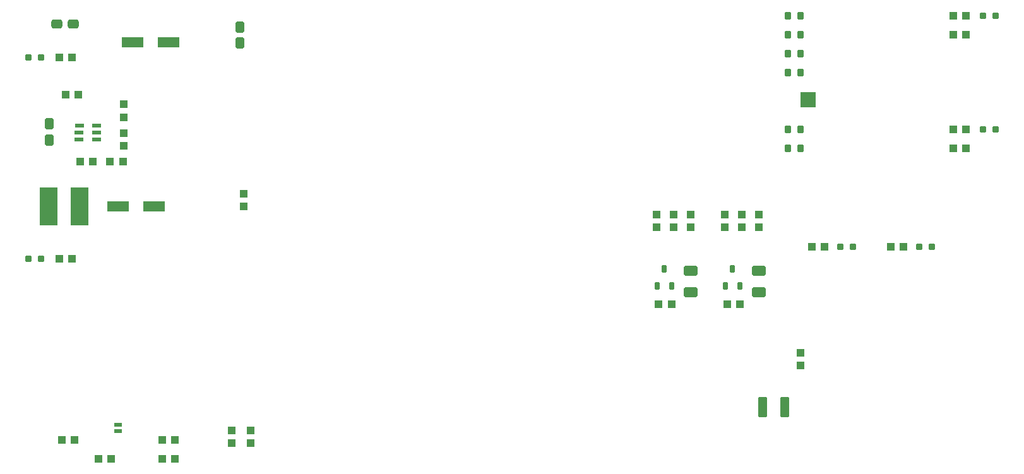
<source format=gtp>
G04 Layer_Color=8421504*
%FSLAX44Y44*%
%MOMM*%
G71*
G01*
G75*
%ADD11R,1.1000X1.0000*%
G04:AMPARAMS|DCode=12|XSize=2.7mm|YSize=1.15mm|CornerRadius=0.1437mm|HoleSize=0mm|Usage=FLASHONLY|Rotation=270.000|XOffset=0mm|YOffset=0mm|HoleType=Round|Shape=RoundedRectangle|*
%AMROUNDEDRECTD12*
21,1,2.7000,0.8625,0,0,270.0*
21,1,2.4125,1.1500,0,0,270.0*
1,1,0.2875,-0.4313,-1.2063*
1,1,0.2875,-0.4313,1.2063*
1,1,0.2875,0.4313,1.2063*
1,1,0.2875,0.4313,-1.2063*
%
%ADD12ROUNDEDRECTD12*%
%ADD13R,1.0000X0.5000*%
%ADD14R,1.0000X1.1000*%
%ADD15R,1.2700X0.6350*%
G04:AMPARAMS|DCode=16|XSize=1.8mm|YSize=1.3mm|CornerRadius=0.1625mm|HoleSize=0mm|Usage=FLASHONLY|Rotation=180.000|XOffset=0mm|YOffset=0mm|HoleType=Round|Shape=RoundedRectangle|*
%AMROUNDEDRECTD16*
21,1,1.8000,0.9750,0,0,180.0*
21,1,1.4750,1.3000,0,0,180.0*
1,1,0.3250,-0.7375,0.4875*
1,1,0.3250,0.7375,0.4875*
1,1,0.3250,0.7375,-0.4875*
1,1,0.3250,-0.7375,-0.4875*
%
%ADD16ROUNDEDRECTD16*%
G04:AMPARAMS|DCode=17|XSize=0.6mm|YSize=1mm|CornerRadius=0.075mm|HoleSize=0mm|Usage=FLASHONLY|Rotation=0.000|XOffset=0mm|YOffset=0mm|HoleType=Round|Shape=RoundedRectangle|*
%AMROUNDEDRECTD17*
21,1,0.6000,0.8500,0,0,0.0*
21,1,0.4500,1.0000,0,0,0.0*
1,1,0.1500,0.2250,-0.4250*
1,1,0.1500,-0.2250,-0.4250*
1,1,0.1500,-0.2250,0.4250*
1,1,0.1500,0.2250,0.4250*
%
%ADD17ROUNDEDRECTD17*%
G04:AMPARAMS|DCode=18|XSize=0.8mm|YSize=0.8mm|CornerRadius=0.1mm|HoleSize=0mm|Usage=FLASHONLY|Rotation=0.000|XOffset=0mm|YOffset=0mm|HoleType=Round|Shape=RoundedRectangle|*
%AMROUNDEDRECTD18*
21,1,0.8000,0.6000,0,0,0.0*
21,1,0.6000,0.8000,0,0,0.0*
1,1,0.2000,0.3000,-0.3000*
1,1,0.2000,-0.3000,-0.3000*
1,1,0.2000,-0.3000,0.3000*
1,1,0.2000,0.3000,0.3000*
%
%ADD18ROUNDEDRECTD18*%
G04:AMPARAMS|DCode=19|XSize=1mm|YSize=0.9mm|CornerRadius=0.1125mm|HoleSize=0mm|Usage=FLASHONLY|Rotation=90.000|XOffset=0mm|YOffset=0mm|HoleType=Round|Shape=RoundedRectangle|*
%AMROUNDEDRECTD19*
21,1,1.0000,0.6750,0,0,90.0*
21,1,0.7750,0.9000,0,0,90.0*
1,1,0.2250,0.3375,0.3875*
1,1,0.2250,0.3375,-0.3875*
1,1,0.2250,-0.3375,-0.3875*
1,1,0.2250,-0.3375,0.3875*
%
%ADD19ROUNDEDRECTD19*%
G04:AMPARAMS|DCode=20|XSize=1.2mm|YSize=1.5mm|CornerRadius=0.3mm|HoleSize=0mm|Usage=FLASHONLY|Rotation=270.000|XOffset=0mm|YOffset=0mm|HoleType=Round|Shape=RoundedRectangle|*
%AMROUNDEDRECTD20*
21,1,1.2000,0.9000,0,0,270.0*
21,1,0.6000,1.5000,0,0,270.0*
1,1,0.6000,-0.4500,-0.3000*
1,1,0.6000,-0.4500,0.3000*
1,1,0.6000,0.4500,0.3000*
1,1,0.6000,0.4500,-0.3000*
%
%ADD20ROUNDEDRECTD20*%
%ADD21R,2.9972X1.3970*%
G04:AMPARAMS|DCode=22|XSize=1.2mm|YSize=1.5mm|CornerRadius=0.3mm|HoleSize=0mm|Usage=FLASHONLY|Rotation=180.000|XOffset=0mm|YOffset=0mm|HoleType=Round|Shape=RoundedRectangle|*
%AMROUNDEDRECTD22*
21,1,1.2000,0.9000,0,0,180.0*
21,1,0.6000,1.5000,0,0,180.0*
1,1,0.6000,-0.3000,0.4500*
1,1,0.6000,0.3000,0.4500*
1,1,0.6000,0.3000,-0.4500*
1,1,0.6000,-0.3000,-0.4500*
%
%ADD22ROUNDEDRECTD22*%
%ADD23R,1.1500X0.6000*%
%ADD24R,2.3500X5.1000*%
%ADD52R,2.0320X2.0320*%
D11*
X111580Y76800D02*
D03*
X128580D02*
D03*
X263200D02*
D03*
X246200D02*
D03*
X263200Y51400D02*
D03*
X246200D02*
D03*
X177620D02*
D03*
X160621D02*
D03*
X1324001Y620800D02*
D03*
X1307000D02*
D03*
X1324001Y468400D02*
D03*
X1307000D02*
D03*
X1021080Y259080D02*
D03*
X1004080D02*
D03*
X911860D02*
D03*
X928860D02*
D03*
X1133893Y336413D02*
D03*
X1116893D02*
D03*
X1239793D02*
D03*
X1222793D02*
D03*
X176100Y450000D02*
D03*
X193100D02*
D03*
X153100D02*
D03*
X136100D02*
D03*
X1324000Y493800D02*
D03*
X1307000D02*
D03*
X107600Y320000D02*
D03*
X124600D02*
D03*
X1324000Y646200D02*
D03*
X1307000D02*
D03*
X107600Y590000D02*
D03*
X124600D02*
D03*
X133100Y540000D02*
D03*
X116100D02*
D03*
D12*
X1080812Y120650D02*
D03*
X1050812D02*
D03*
D13*
X187000Y97000D02*
D03*
Y89000D02*
D03*
D14*
X355600Y389920D02*
D03*
Y406920D02*
D03*
X1000760Y362340D02*
D03*
Y379340D02*
D03*
X1023620Y362340D02*
D03*
Y379340D02*
D03*
X1046480D02*
D03*
Y362340D02*
D03*
X909320Y362340D02*
D03*
Y379340D02*
D03*
X932180Y362340D02*
D03*
Y379340D02*
D03*
X955040D02*
D03*
Y362340D02*
D03*
X364800Y89500D02*
D03*
Y72500D02*
D03*
X339400Y89500D02*
D03*
Y72500D02*
D03*
X1102360Y176920D02*
D03*
Y193920D02*
D03*
X194600Y527000D02*
D03*
Y510000D02*
D03*
Y488500D02*
D03*
Y471500D02*
D03*
D15*
X1112520Y529082D02*
D03*
Y537409D02*
D03*
D16*
X1046480Y275060D02*
D03*
Y304060D02*
D03*
X955040Y275060D02*
D03*
Y304060D02*
D03*
D17*
X1001420Y283140D02*
D03*
X1020420D02*
D03*
X1010920Y306140D02*
D03*
X909980Y283140D02*
D03*
X928980D02*
D03*
X919480Y306140D02*
D03*
D18*
X1171993Y336413D02*
D03*
X1154993D02*
D03*
X1277893D02*
D03*
X1260893D02*
D03*
X1364000Y493800D02*
D03*
X1347000D02*
D03*
X66100Y320000D02*
D03*
X83100D02*
D03*
X1364000Y646200D02*
D03*
X1347000D02*
D03*
X66100Y590000D02*
D03*
X83100D02*
D03*
D19*
X1084900Y646200D02*
D03*
X1101900D02*
D03*
X1084900Y620800D02*
D03*
X1101900D02*
D03*
X1084900Y595400D02*
D03*
X1101900D02*
D03*
X1084900Y570000D02*
D03*
X1101900D02*
D03*
X1084900Y493800D02*
D03*
X1101900D02*
D03*
X1084900Y468400D02*
D03*
X1101900D02*
D03*
D20*
X127000Y635000D02*
D03*
X105000D02*
D03*
D21*
X234600Y390000D02*
D03*
X186594D02*
D03*
X206594Y610000D02*
D03*
X254600D02*
D03*
D22*
X350000Y609100D02*
D03*
Y631100D02*
D03*
X94600Y479000D02*
D03*
Y501000D02*
D03*
D23*
X134600Y480000D02*
D03*
X158350D02*
D03*
Y489500D02*
D03*
Y499000D02*
D03*
X134850D02*
D03*
X134600Y489500D02*
D03*
D24*
X135350Y390000D02*
D03*
X93850D02*
D03*
D52*
X1112519Y533400D02*
D03*
M02*

</source>
